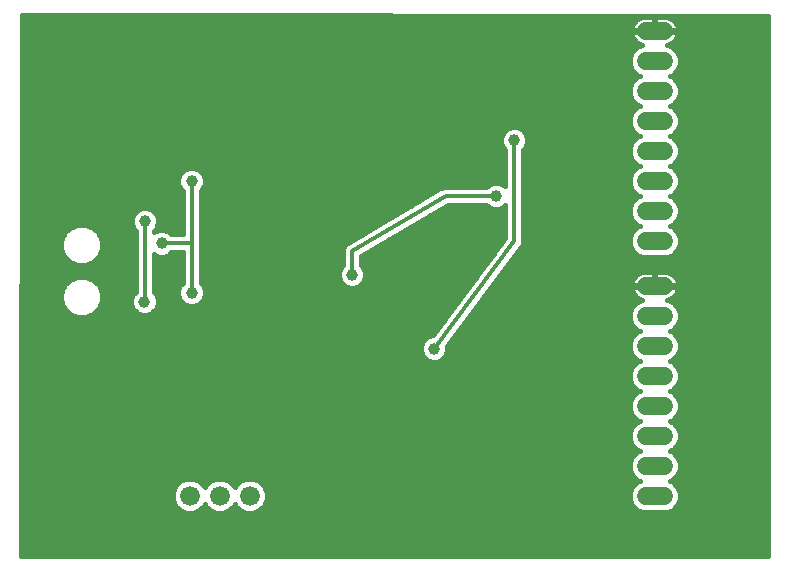
<source format=gbl>
G75*
%MOIN*%
%OFA0B0*%
%FSLAX25Y25*%
%IPPOS*%
%LPD*%
%AMOC8*
5,1,8,0,0,1.08239X$1,22.5*
%
%ADD10C,0.06600*%
%ADD11C,0.06000*%
%ADD12C,0.03962*%
%ADD13C,0.01200*%
%ADD14C,0.01600*%
D10*
X0079900Y0046420D03*
X0089900Y0046420D03*
X0099900Y0046420D03*
D11*
X0231900Y0046420D02*
X0237900Y0046420D01*
X0237900Y0056420D02*
X0231900Y0056420D01*
X0231900Y0066420D02*
X0237900Y0066420D01*
X0237900Y0076420D02*
X0231900Y0076420D01*
X0231900Y0086420D02*
X0237900Y0086420D01*
X0237900Y0096420D02*
X0231900Y0096420D01*
X0231900Y0106420D02*
X0237900Y0106420D01*
X0237900Y0116420D02*
X0231900Y0116420D01*
X0231900Y0131420D02*
X0237900Y0131420D01*
X0237900Y0141420D02*
X0231900Y0141420D01*
X0231900Y0151420D02*
X0237900Y0151420D01*
X0237900Y0161420D02*
X0231900Y0161420D01*
X0231900Y0171420D02*
X0237900Y0171420D01*
X0237900Y0181420D02*
X0231900Y0181420D01*
X0231900Y0191420D02*
X0237900Y0191420D01*
X0237900Y0201420D02*
X0231900Y0201420D01*
D12*
X0188100Y0164920D03*
X0182000Y0146520D03*
X0134000Y0120120D03*
X0119500Y0120520D03*
X0119400Y0144120D03*
X0080500Y0151420D03*
X0064934Y0138054D03*
X0070500Y0130620D03*
X0080500Y0114220D03*
X0064800Y0111220D03*
X0050860Y0084350D03*
X0052420Y0158090D03*
X0161370Y0095530D03*
D13*
X0188100Y0131320D01*
X0188100Y0164920D01*
X0182000Y0146520D02*
X0165200Y0146520D01*
X0134000Y0128120D01*
X0134000Y0120120D01*
X0119500Y0120520D02*
X0119400Y0144120D01*
X0080500Y0151420D02*
X0080500Y0130620D01*
X0070500Y0130620D01*
X0064934Y0138054D02*
X0064934Y0111220D01*
X0064800Y0111220D01*
X0080500Y0114220D02*
X0080500Y0130620D01*
D14*
X0024012Y0206577D02*
X0023728Y0026420D01*
X0272530Y0026440D01*
X0272502Y0206384D01*
X0024012Y0206577D01*
X0024011Y0205467D02*
X0229304Y0205467D01*
X0229384Y0205525D02*
X0228773Y0205081D01*
X0228239Y0204547D01*
X0227795Y0203936D01*
X0227452Y0203263D01*
X0227218Y0202544D01*
X0227100Y0201798D01*
X0227100Y0201620D01*
X0234700Y0201620D01*
X0234700Y0206220D01*
X0231522Y0206220D01*
X0230776Y0206102D01*
X0230057Y0205868D01*
X0229384Y0205525D01*
X0227760Y0203868D02*
X0024008Y0203868D01*
X0024006Y0202270D02*
X0227175Y0202270D01*
X0227100Y0201220D02*
X0227100Y0201042D01*
X0227218Y0200296D01*
X0227452Y0199577D01*
X0227795Y0198904D01*
X0228239Y0198293D01*
X0228773Y0197759D01*
X0229384Y0197315D01*
X0230057Y0196972D01*
X0230693Y0196765D01*
X0228841Y0195998D01*
X0227322Y0194479D01*
X0226500Y0192494D01*
X0226500Y0190346D01*
X0227322Y0188361D01*
X0228841Y0186842D01*
X0229860Y0186420D01*
X0228841Y0185998D01*
X0227322Y0184479D01*
X0226500Y0182494D01*
X0226500Y0180346D01*
X0227322Y0178361D01*
X0228841Y0176842D01*
X0229860Y0176420D01*
X0228841Y0175998D01*
X0227322Y0174479D01*
X0226500Y0172494D01*
X0226500Y0170346D01*
X0227322Y0168361D01*
X0228841Y0166842D01*
X0229860Y0166420D01*
X0228841Y0165998D01*
X0227322Y0164479D01*
X0226500Y0162494D01*
X0226500Y0160346D01*
X0227322Y0158361D01*
X0228841Y0156842D01*
X0229860Y0156420D01*
X0228841Y0155998D01*
X0227322Y0154479D01*
X0226500Y0152494D01*
X0226500Y0150346D01*
X0227322Y0148361D01*
X0228841Y0146842D01*
X0229860Y0146420D01*
X0228841Y0145998D01*
X0227322Y0144479D01*
X0226500Y0142494D01*
X0226500Y0140346D01*
X0227322Y0138361D01*
X0228841Y0136842D01*
X0229860Y0136420D01*
X0228841Y0135998D01*
X0227322Y0134479D01*
X0226500Y0132494D01*
X0226500Y0130346D01*
X0227322Y0128361D01*
X0228841Y0126842D01*
X0230826Y0126020D01*
X0238974Y0126020D01*
X0240959Y0126842D01*
X0242478Y0128361D01*
X0243300Y0130346D01*
X0243300Y0132494D01*
X0242478Y0134479D01*
X0240959Y0135998D01*
X0239940Y0136420D01*
X0240959Y0136842D01*
X0242478Y0138361D01*
X0243300Y0140346D01*
X0243300Y0142494D01*
X0242478Y0144479D01*
X0240959Y0145998D01*
X0239940Y0146420D01*
X0240959Y0146842D01*
X0242478Y0148361D01*
X0243300Y0150346D01*
X0243300Y0152494D01*
X0242478Y0154479D01*
X0240959Y0155998D01*
X0239940Y0156420D01*
X0240959Y0156842D01*
X0242478Y0158361D01*
X0243300Y0160346D01*
X0243300Y0162494D01*
X0242478Y0164479D01*
X0240959Y0165998D01*
X0239940Y0166420D01*
X0240959Y0166842D01*
X0242478Y0168361D01*
X0243300Y0170346D01*
X0243300Y0172494D01*
X0242478Y0174479D01*
X0240959Y0175998D01*
X0239940Y0176420D01*
X0240959Y0176842D01*
X0242478Y0178361D01*
X0243300Y0180346D01*
X0243300Y0182494D01*
X0242478Y0184479D01*
X0240959Y0185998D01*
X0239940Y0186420D01*
X0240959Y0186842D01*
X0242478Y0188361D01*
X0243300Y0190346D01*
X0243300Y0192494D01*
X0242478Y0194479D01*
X0240959Y0195998D01*
X0239107Y0196765D01*
X0239743Y0196972D01*
X0240416Y0197315D01*
X0241027Y0197759D01*
X0241561Y0198293D01*
X0242005Y0198904D01*
X0242348Y0199577D01*
X0242582Y0200296D01*
X0242700Y0201042D01*
X0242700Y0201220D01*
X0235100Y0201220D01*
X0235100Y0201620D01*
X0234700Y0201620D01*
X0234700Y0201220D01*
X0227100Y0201220D01*
X0227159Y0200671D02*
X0024003Y0200671D01*
X0024001Y0199073D02*
X0227709Y0199073D01*
X0229164Y0197474D02*
X0023998Y0197474D01*
X0023995Y0195876D02*
X0228719Y0195876D01*
X0227239Y0194277D02*
X0023993Y0194277D01*
X0023990Y0192679D02*
X0226577Y0192679D01*
X0226500Y0191080D02*
X0023988Y0191080D01*
X0023985Y0189482D02*
X0226858Y0189482D01*
X0227800Y0187883D02*
X0023983Y0187883D01*
X0023980Y0186285D02*
X0229534Y0186285D01*
X0227530Y0184686D02*
X0023978Y0184686D01*
X0023975Y0183088D02*
X0226746Y0183088D01*
X0226500Y0181489D02*
X0023973Y0181489D01*
X0023970Y0179891D02*
X0226689Y0179891D01*
X0227391Y0178292D02*
X0023968Y0178292D01*
X0023965Y0176694D02*
X0229199Y0176694D01*
X0227938Y0175095D02*
X0023963Y0175095D01*
X0023960Y0173497D02*
X0226915Y0173497D01*
X0226500Y0171898D02*
X0023958Y0171898D01*
X0023955Y0170300D02*
X0226519Y0170300D01*
X0227181Y0168701D02*
X0190420Y0168701D01*
X0190582Y0168634D02*
X0188971Y0169301D01*
X0187229Y0169301D01*
X0185618Y0168634D01*
X0184386Y0167402D01*
X0183719Y0165791D01*
X0183719Y0164049D01*
X0184386Y0162438D01*
X0185100Y0161724D01*
X0185100Y0149616D01*
X0184482Y0150234D01*
X0182871Y0150901D01*
X0181129Y0150901D01*
X0179518Y0150234D01*
X0178804Y0149520D01*
X0165581Y0149520D01*
X0165372Y0149574D01*
X0164989Y0149520D01*
X0164603Y0149520D01*
X0164404Y0149437D01*
X0164190Y0149407D01*
X0163857Y0149211D01*
X0163501Y0149063D01*
X0163348Y0148911D01*
X0132657Y0130811D01*
X0132301Y0130663D01*
X0132148Y0130511D01*
X0131962Y0130401D01*
X0131730Y0130092D01*
X0131457Y0129819D01*
X0131374Y0129620D01*
X0131244Y0129447D01*
X0131148Y0129074D01*
X0131000Y0128717D01*
X0131000Y0128501D01*
X0130946Y0128292D01*
X0131000Y0127909D01*
X0131000Y0123316D01*
X0130286Y0122602D01*
X0129619Y0120991D01*
X0129619Y0119249D01*
X0130286Y0117638D01*
X0131518Y0116406D01*
X0133129Y0115739D01*
X0134871Y0115739D01*
X0136482Y0116406D01*
X0137714Y0117638D01*
X0138381Y0119249D01*
X0138381Y0120991D01*
X0137714Y0122602D01*
X0137000Y0123316D01*
X0137000Y0126406D01*
X0166019Y0143520D01*
X0178804Y0143520D01*
X0179518Y0142806D01*
X0181129Y0142139D01*
X0182871Y0142139D01*
X0184482Y0142806D01*
X0185100Y0143424D01*
X0185100Y0132317D01*
X0160898Y0099911D01*
X0160499Y0099911D01*
X0158888Y0099244D01*
X0157656Y0098012D01*
X0156989Y0096401D01*
X0156989Y0094659D01*
X0157656Y0093048D01*
X0158888Y0091816D01*
X0160499Y0091149D01*
X0162241Y0091149D01*
X0163852Y0091816D01*
X0165084Y0093048D01*
X0165751Y0094659D01*
X0165751Y0096383D01*
X0190374Y0129352D01*
X0190643Y0129621D01*
X0190728Y0129825D01*
X0190861Y0130003D01*
X0190954Y0130372D01*
X0191100Y0130723D01*
X0191100Y0130945D01*
X0191155Y0131160D01*
X0191100Y0131536D01*
X0191100Y0161724D01*
X0191814Y0162438D01*
X0192481Y0164049D01*
X0192481Y0165791D01*
X0191814Y0167402D01*
X0190582Y0168634D01*
X0191938Y0167103D02*
X0228581Y0167103D01*
X0228347Y0165504D02*
X0192481Y0165504D01*
X0192422Y0163906D02*
X0227085Y0163906D01*
X0226500Y0162307D02*
X0191683Y0162307D01*
X0191100Y0160709D02*
X0226500Y0160709D01*
X0227012Y0159110D02*
X0191100Y0159110D01*
X0191100Y0157512D02*
X0228172Y0157512D01*
X0228756Y0155913D02*
X0191100Y0155913D01*
X0191100Y0154315D02*
X0227254Y0154315D01*
X0226592Y0152716D02*
X0191100Y0152716D01*
X0191100Y0151118D02*
X0226500Y0151118D01*
X0226842Y0149519D02*
X0191100Y0149519D01*
X0191100Y0147921D02*
X0227763Y0147921D01*
X0229624Y0146322D02*
X0191100Y0146322D01*
X0191100Y0144723D02*
X0227567Y0144723D01*
X0226761Y0143125D02*
X0191100Y0143125D01*
X0191100Y0141526D02*
X0226500Y0141526D01*
X0226673Y0139928D02*
X0191100Y0139928D01*
X0191100Y0138329D02*
X0227354Y0138329D01*
X0229109Y0136731D02*
X0191100Y0136731D01*
X0191100Y0135132D02*
X0227976Y0135132D01*
X0226931Y0133534D02*
X0191100Y0133534D01*
X0191100Y0131935D02*
X0226500Y0131935D01*
X0226504Y0130337D02*
X0190946Y0130337D01*
X0189916Y0128738D02*
X0227166Y0128738D01*
X0228543Y0127140D02*
X0188722Y0127140D01*
X0187529Y0125541D02*
X0272514Y0125541D01*
X0272515Y0123943D02*
X0186335Y0123943D01*
X0185141Y0122344D02*
X0272515Y0122344D01*
X0272515Y0120746D02*
X0239983Y0120746D01*
X0239743Y0120868D02*
X0239024Y0121102D01*
X0238278Y0121220D01*
X0235100Y0121220D01*
X0235100Y0116620D01*
X0234700Y0116620D01*
X0234700Y0121220D01*
X0231522Y0121220D01*
X0230776Y0121102D01*
X0230057Y0120868D01*
X0229384Y0120525D01*
X0228773Y0120081D01*
X0228239Y0119547D01*
X0227795Y0118936D01*
X0227452Y0118263D01*
X0227218Y0117544D01*
X0227100Y0116798D01*
X0227100Y0116620D01*
X0234700Y0116620D01*
X0234700Y0116220D01*
X0227100Y0116220D01*
X0227100Y0116042D01*
X0227218Y0115296D01*
X0227452Y0114577D01*
X0227795Y0113904D01*
X0228239Y0113293D01*
X0228773Y0112759D01*
X0229384Y0112315D01*
X0230057Y0111972D01*
X0230693Y0111765D01*
X0228841Y0110998D01*
X0227322Y0109479D01*
X0226500Y0107494D01*
X0226500Y0105346D01*
X0227322Y0103361D01*
X0228841Y0101842D01*
X0229860Y0101420D01*
X0228841Y0100998D01*
X0227322Y0099479D01*
X0226500Y0097494D01*
X0226500Y0095346D01*
X0227322Y0093361D01*
X0228841Y0091842D01*
X0229860Y0091420D01*
X0228841Y0090998D01*
X0227322Y0089479D01*
X0226500Y0087494D01*
X0226500Y0085346D01*
X0227322Y0083361D01*
X0228841Y0081842D01*
X0229860Y0081420D01*
X0228841Y0080998D01*
X0227322Y0079479D01*
X0226500Y0077494D01*
X0226500Y0075346D01*
X0227322Y0073361D01*
X0228841Y0071842D01*
X0229860Y0071420D01*
X0228841Y0070998D01*
X0227322Y0069479D01*
X0226500Y0067494D01*
X0226500Y0065346D01*
X0227322Y0063361D01*
X0228841Y0061842D01*
X0229860Y0061420D01*
X0228841Y0060998D01*
X0227322Y0059479D01*
X0226500Y0057494D01*
X0226500Y0055346D01*
X0227322Y0053361D01*
X0228841Y0051842D01*
X0229860Y0051420D01*
X0228841Y0050998D01*
X0227322Y0049479D01*
X0226500Y0047494D01*
X0226500Y0045346D01*
X0227322Y0043361D01*
X0228841Y0041842D01*
X0230826Y0041020D01*
X0238974Y0041020D01*
X0240959Y0041842D01*
X0242478Y0043361D01*
X0243300Y0045346D01*
X0243300Y0047494D01*
X0242478Y0049479D01*
X0240959Y0050998D01*
X0239940Y0051420D01*
X0240959Y0051842D01*
X0242478Y0053361D01*
X0243300Y0055346D01*
X0243300Y0057494D01*
X0242478Y0059479D01*
X0240959Y0060998D01*
X0239940Y0061420D01*
X0240959Y0061842D01*
X0242478Y0063361D01*
X0243300Y0065346D01*
X0243300Y0067494D01*
X0242478Y0069479D01*
X0240959Y0070998D01*
X0239940Y0071420D01*
X0240959Y0071842D01*
X0242478Y0073361D01*
X0243300Y0075346D01*
X0243300Y0077494D01*
X0242478Y0079479D01*
X0240959Y0080998D01*
X0239940Y0081420D01*
X0240959Y0081842D01*
X0242478Y0083361D01*
X0243300Y0085346D01*
X0243300Y0087494D01*
X0242478Y0089479D01*
X0240959Y0090998D01*
X0239940Y0091420D01*
X0240959Y0091842D01*
X0242478Y0093361D01*
X0243300Y0095346D01*
X0243300Y0097494D01*
X0242478Y0099479D01*
X0240959Y0100998D01*
X0239940Y0101420D01*
X0240959Y0101842D01*
X0242478Y0103361D01*
X0243300Y0105346D01*
X0243300Y0107494D01*
X0242478Y0109479D01*
X0240959Y0110998D01*
X0239107Y0111765D01*
X0239743Y0111972D01*
X0240416Y0112315D01*
X0241027Y0112759D01*
X0241561Y0113293D01*
X0242005Y0113904D01*
X0242348Y0114577D01*
X0242582Y0115296D01*
X0242700Y0116042D01*
X0242700Y0116220D01*
X0235100Y0116220D01*
X0235100Y0116620D01*
X0242700Y0116620D01*
X0242700Y0116798D01*
X0242582Y0117544D01*
X0242348Y0118263D01*
X0242005Y0118936D01*
X0241561Y0119547D01*
X0241027Y0120081D01*
X0240416Y0120525D01*
X0239743Y0120868D01*
X0241852Y0119147D02*
X0272515Y0119147D01*
X0272516Y0117549D02*
X0242580Y0117549D01*
X0242685Y0115950D02*
X0272516Y0115950D01*
X0272516Y0114352D02*
X0242233Y0114352D01*
X0241019Y0112753D02*
X0272516Y0112753D01*
X0272517Y0111155D02*
X0240580Y0111155D01*
X0242400Y0109556D02*
X0272517Y0109556D01*
X0272517Y0107958D02*
X0243108Y0107958D01*
X0243300Y0106359D02*
X0272517Y0106359D01*
X0272518Y0104761D02*
X0243058Y0104761D01*
X0242279Y0103162D02*
X0272518Y0103162D01*
X0272518Y0101564D02*
X0240287Y0101564D01*
X0241992Y0099965D02*
X0272518Y0099965D01*
X0272519Y0098367D02*
X0242939Y0098367D01*
X0243300Y0096768D02*
X0272519Y0096768D01*
X0272519Y0095170D02*
X0243227Y0095170D01*
X0242565Y0093571D02*
X0272519Y0093571D01*
X0272520Y0091973D02*
X0241089Y0091973D01*
X0241583Y0090374D02*
X0272520Y0090374D01*
X0272520Y0088776D02*
X0242769Y0088776D01*
X0243300Y0087177D02*
X0272520Y0087177D01*
X0272521Y0085579D02*
X0243300Y0085579D01*
X0242734Y0083980D02*
X0272521Y0083980D01*
X0272521Y0082382D02*
X0241498Y0082382D01*
X0241174Y0080783D02*
X0272521Y0080783D01*
X0272522Y0079185D02*
X0242600Y0079185D01*
X0243262Y0077586D02*
X0272522Y0077586D01*
X0272522Y0075988D02*
X0243300Y0075988D01*
X0242904Y0074389D02*
X0272522Y0074389D01*
X0272523Y0072790D02*
X0241907Y0072790D01*
X0240490Y0071192D02*
X0272523Y0071192D01*
X0272523Y0069593D02*
X0242363Y0069593D01*
X0243093Y0067995D02*
X0272523Y0067995D01*
X0272524Y0066396D02*
X0243300Y0066396D01*
X0243073Y0064798D02*
X0272524Y0064798D01*
X0272524Y0063199D02*
X0242316Y0063199D01*
X0240377Y0061601D02*
X0272524Y0061601D01*
X0272525Y0060002D02*
X0241954Y0060002D01*
X0242923Y0058404D02*
X0272525Y0058404D01*
X0272525Y0056805D02*
X0243300Y0056805D01*
X0243242Y0055207D02*
X0272525Y0055207D01*
X0272526Y0053608D02*
X0242580Y0053608D01*
X0241127Y0052010D02*
X0272526Y0052010D01*
X0272526Y0050411D02*
X0241545Y0050411D01*
X0242754Y0048813D02*
X0272527Y0048813D01*
X0272527Y0047214D02*
X0243300Y0047214D01*
X0243300Y0045616D02*
X0272527Y0045616D01*
X0272527Y0044017D02*
X0242750Y0044017D01*
X0241536Y0042419D02*
X0272528Y0042419D01*
X0272528Y0040820D02*
X0101276Y0040820D01*
X0101034Y0040720D02*
X0103129Y0041588D01*
X0104732Y0043191D01*
X0105600Y0045286D01*
X0105600Y0047554D01*
X0104732Y0049649D01*
X0103129Y0051252D01*
X0101034Y0052120D01*
X0098766Y0052120D01*
X0096671Y0051252D01*
X0095068Y0049649D01*
X0094900Y0049244D01*
X0094732Y0049649D01*
X0093129Y0051252D01*
X0091034Y0052120D01*
X0088766Y0052120D01*
X0086671Y0051252D01*
X0085068Y0049649D01*
X0084900Y0049244D01*
X0084732Y0049649D01*
X0083129Y0051252D01*
X0081034Y0052120D01*
X0078766Y0052120D01*
X0076671Y0051252D01*
X0075068Y0049649D01*
X0074200Y0047554D01*
X0074200Y0045286D01*
X0075068Y0043191D01*
X0076671Y0041588D01*
X0078766Y0040720D01*
X0081034Y0040720D01*
X0083129Y0041588D01*
X0084732Y0043191D01*
X0084900Y0043596D01*
X0085068Y0043191D01*
X0086671Y0041588D01*
X0088766Y0040720D01*
X0091034Y0040720D01*
X0093129Y0041588D01*
X0094732Y0043191D01*
X0094900Y0043596D01*
X0095068Y0043191D01*
X0096671Y0041588D01*
X0098766Y0040720D01*
X0101034Y0040720D01*
X0098524Y0040820D02*
X0091276Y0040820D01*
X0088524Y0040820D02*
X0081276Y0040820D01*
X0078524Y0040820D02*
X0023750Y0040820D01*
X0023748Y0039222D02*
X0272528Y0039222D01*
X0272528Y0037623D02*
X0023745Y0037623D01*
X0023743Y0036025D02*
X0272529Y0036025D01*
X0272529Y0034426D02*
X0023740Y0034426D01*
X0023738Y0032828D02*
X0272529Y0032828D01*
X0272529Y0031229D02*
X0023735Y0031229D01*
X0023733Y0029631D02*
X0272530Y0029631D01*
X0272530Y0028032D02*
X0023730Y0028032D01*
X0023728Y0026434D02*
X0195584Y0026434D01*
X0227050Y0044017D02*
X0105074Y0044017D01*
X0105600Y0045616D02*
X0226500Y0045616D01*
X0226500Y0047214D02*
X0105600Y0047214D01*
X0105078Y0048813D02*
X0227046Y0048813D01*
X0228255Y0050411D02*
X0103970Y0050411D01*
X0101300Y0052010D02*
X0228673Y0052010D01*
X0227220Y0053608D02*
X0023771Y0053608D01*
X0023768Y0052010D02*
X0078500Y0052010D01*
X0081300Y0052010D02*
X0088500Y0052010D01*
X0091300Y0052010D02*
X0098500Y0052010D01*
X0095830Y0050411D02*
X0093970Y0050411D01*
X0085830Y0050411D02*
X0083970Y0050411D01*
X0075830Y0050411D02*
X0023766Y0050411D01*
X0023763Y0048813D02*
X0074722Y0048813D01*
X0074200Y0047214D02*
X0023760Y0047214D01*
X0023758Y0045616D02*
X0074200Y0045616D01*
X0074726Y0044017D02*
X0023755Y0044017D01*
X0023753Y0042419D02*
X0075840Y0042419D01*
X0083960Y0042419D02*
X0085840Y0042419D01*
X0093960Y0042419D02*
X0095840Y0042419D01*
X0103960Y0042419D02*
X0228264Y0042419D01*
X0226558Y0055207D02*
X0023773Y0055207D01*
X0023776Y0056805D02*
X0226500Y0056805D01*
X0226877Y0058404D02*
X0023778Y0058404D01*
X0023781Y0060002D02*
X0227846Y0060002D01*
X0229423Y0061601D02*
X0023783Y0061601D01*
X0023786Y0063199D02*
X0227484Y0063199D01*
X0226727Y0064798D02*
X0023788Y0064798D01*
X0023791Y0066396D02*
X0226500Y0066396D01*
X0226707Y0067995D02*
X0023793Y0067995D01*
X0023796Y0069593D02*
X0227437Y0069593D01*
X0229310Y0071192D02*
X0023798Y0071192D01*
X0023801Y0072790D02*
X0227893Y0072790D01*
X0226896Y0074389D02*
X0023803Y0074389D01*
X0023806Y0075988D02*
X0226500Y0075988D01*
X0226538Y0077586D02*
X0023808Y0077586D01*
X0023811Y0079185D02*
X0227200Y0079185D01*
X0228626Y0080783D02*
X0023814Y0080783D01*
X0023816Y0082382D02*
X0228302Y0082382D01*
X0227066Y0083980D02*
X0023819Y0083980D01*
X0023821Y0085579D02*
X0226500Y0085579D01*
X0226500Y0087177D02*
X0023824Y0087177D01*
X0023826Y0088776D02*
X0227031Y0088776D01*
X0228217Y0090374D02*
X0023829Y0090374D01*
X0023831Y0091973D02*
X0158732Y0091973D01*
X0157439Y0093571D02*
X0023834Y0093571D01*
X0023836Y0095170D02*
X0156989Y0095170D01*
X0157141Y0096768D02*
X0023839Y0096768D01*
X0023841Y0098367D02*
X0158011Y0098367D01*
X0160938Y0099965D02*
X0023844Y0099965D01*
X0023846Y0101564D02*
X0162132Y0101564D01*
X0163326Y0103162D02*
X0023849Y0103162D01*
X0023851Y0104761D02*
X0164520Y0104761D01*
X0165714Y0106359D02*
X0046075Y0106359D01*
X0045183Y0105990D02*
X0047671Y0107021D01*
X0049575Y0108925D01*
X0050605Y0111412D01*
X0050605Y0114105D01*
X0049575Y0116593D01*
X0047671Y0118497D01*
X0045183Y0119527D01*
X0042491Y0119527D01*
X0040003Y0118497D01*
X0038099Y0116593D01*
X0037069Y0114105D01*
X0037069Y0111412D01*
X0038099Y0108925D01*
X0040003Y0107021D01*
X0042491Y0105990D01*
X0045183Y0105990D01*
X0048608Y0107958D02*
X0061866Y0107958D01*
X0062318Y0107506D02*
X0063929Y0106839D01*
X0065671Y0106839D01*
X0067282Y0107506D01*
X0068514Y0108738D01*
X0069181Y0110349D01*
X0069181Y0112091D01*
X0068514Y0113702D01*
X0067934Y0114282D01*
X0067934Y0126990D01*
X0068018Y0126906D01*
X0069629Y0126239D01*
X0071371Y0126239D01*
X0072982Y0126906D01*
X0073696Y0127620D01*
X0077500Y0127620D01*
X0077500Y0117416D01*
X0076786Y0116702D01*
X0076119Y0115091D01*
X0076119Y0113349D01*
X0076786Y0111738D01*
X0078018Y0110506D01*
X0079629Y0109839D01*
X0081371Y0109839D01*
X0082982Y0110506D01*
X0084214Y0111738D01*
X0084881Y0113349D01*
X0084881Y0115091D01*
X0084214Y0116702D01*
X0083500Y0117416D01*
X0083500Y0148224D01*
X0084214Y0148938D01*
X0084881Y0150549D01*
X0084881Y0152291D01*
X0084214Y0153902D01*
X0082982Y0155134D01*
X0081371Y0155801D01*
X0079629Y0155801D01*
X0078018Y0155134D01*
X0076786Y0153902D01*
X0076119Y0152291D01*
X0076119Y0150549D01*
X0076786Y0148938D01*
X0077500Y0148224D01*
X0077500Y0133620D01*
X0073696Y0133620D01*
X0072982Y0134334D01*
X0071371Y0135001D01*
X0069629Y0135001D01*
X0068018Y0134334D01*
X0067934Y0134250D01*
X0067934Y0134858D01*
X0068648Y0135572D01*
X0069315Y0137182D01*
X0069315Y0138925D01*
X0068648Y0140536D01*
X0067416Y0141768D01*
X0065805Y0142435D01*
X0064062Y0142435D01*
X0062452Y0141768D01*
X0061220Y0140536D01*
X0060553Y0138925D01*
X0060553Y0137182D01*
X0061220Y0135572D01*
X0061934Y0134858D01*
X0061934Y0114550D01*
X0061086Y0113702D01*
X0060419Y0112091D01*
X0060419Y0110349D01*
X0061086Y0108738D01*
X0062318Y0107506D01*
X0060747Y0109556D02*
X0049837Y0109556D01*
X0050499Y0111155D02*
X0060419Y0111155D01*
X0060693Y0112753D02*
X0050605Y0112753D01*
X0050503Y0114352D02*
X0061736Y0114352D01*
X0061934Y0115950D02*
X0049841Y0115950D01*
X0048619Y0117549D02*
X0061934Y0117549D01*
X0061934Y0119147D02*
X0046100Y0119147D01*
X0045183Y0123313D02*
X0042491Y0123313D01*
X0040003Y0124343D01*
X0038099Y0126247D01*
X0037069Y0128735D01*
X0037069Y0131428D01*
X0038099Y0133915D01*
X0040003Y0135819D01*
X0042491Y0136850D01*
X0045183Y0136850D01*
X0047671Y0135819D01*
X0049575Y0133915D01*
X0050605Y0131428D01*
X0050605Y0128735D01*
X0049575Y0126247D01*
X0047671Y0124343D01*
X0045183Y0123313D01*
X0046704Y0123943D02*
X0061934Y0123943D01*
X0061934Y0125541D02*
X0048869Y0125541D01*
X0049945Y0127140D02*
X0061934Y0127140D01*
X0061934Y0128738D02*
X0050605Y0128738D01*
X0050605Y0130337D02*
X0061934Y0130337D01*
X0061934Y0131935D02*
X0050395Y0131935D01*
X0049733Y0133534D02*
X0061934Y0133534D01*
X0061659Y0135132D02*
X0048358Y0135132D01*
X0045471Y0136731D02*
X0060740Y0136731D01*
X0060553Y0138329D02*
X0023905Y0138329D01*
X0023902Y0136731D02*
X0042203Y0136731D01*
X0039316Y0135132D02*
X0023899Y0135132D01*
X0023897Y0133534D02*
X0037941Y0133534D01*
X0037279Y0131935D02*
X0023894Y0131935D01*
X0023892Y0130337D02*
X0037069Y0130337D01*
X0037069Y0128738D02*
X0023889Y0128738D01*
X0023887Y0127140D02*
X0037729Y0127140D01*
X0038805Y0125541D02*
X0023884Y0125541D01*
X0023882Y0123943D02*
X0040970Y0123943D01*
X0041574Y0119147D02*
X0023874Y0119147D01*
X0023872Y0117549D02*
X0039055Y0117549D01*
X0037833Y0115950D02*
X0023869Y0115950D01*
X0023867Y0114352D02*
X0037171Y0114352D01*
X0037069Y0112753D02*
X0023864Y0112753D01*
X0023862Y0111155D02*
X0037175Y0111155D01*
X0037837Y0109556D02*
X0023859Y0109556D01*
X0023856Y0107958D02*
X0039066Y0107958D01*
X0041599Y0106359D02*
X0023854Y0106359D01*
X0023877Y0120746D02*
X0061934Y0120746D01*
X0061934Y0122344D02*
X0023879Y0122344D01*
X0023907Y0139928D02*
X0060968Y0139928D01*
X0062211Y0141526D02*
X0023910Y0141526D01*
X0023912Y0143125D02*
X0077500Y0143125D01*
X0077500Y0144723D02*
X0023915Y0144723D01*
X0023917Y0146322D02*
X0077500Y0146322D01*
X0077500Y0147921D02*
X0023920Y0147921D01*
X0023922Y0149519D02*
X0076545Y0149519D01*
X0076119Y0151118D02*
X0023925Y0151118D01*
X0023927Y0152716D02*
X0076295Y0152716D01*
X0077199Y0154315D02*
X0023930Y0154315D01*
X0023932Y0155913D02*
X0185100Y0155913D01*
X0185100Y0154315D02*
X0083801Y0154315D01*
X0084705Y0152716D02*
X0185100Y0152716D01*
X0185100Y0151118D02*
X0084881Y0151118D01*
X0084455Y0149519D02*
X0164601Y0149519D01*
X0161669Y0147921D02*
X0083500Y0147921D01*
X0083500Y0146322D02*
X0158959Y0146322D01*
X0156248Y0144723D02*
X0083500Y0144723D01*
X0083500Y0143125D02*
X0153538Y0143125D01*
X0150827Y0141526D02*
X0083500Y0141526D01*
X0083500Y0139928D02*
X0148117Y0139928D01*
X0145406Y0138329D02*
X0083500Y0138329D01*
X0083500Y0136731D02*
X0142696Y0136731D01*
X0139985Y0135132D02*
X0083500Y0135132D01*
X0083500Y0133534D02*
X0137274Y0133534D01*
X0134564Y0131935D02*
X0083500Y0131935D01*
X0083500Y0130337D02*
X0131914Y0130337D01*
X0131009Y0128738D02*
X0083500Y0128738D01*
X0083500Y0127140D02*
X0131000Y0127140D01*
X0131000Y0125541D02*
X0083500Y0125541D01*
X0083500Y0123943D02*
X0131000Y0123943D01*
X0130179Y0122344D02*
X0083500Y0122344D01*
X0083500Y0120746D02*
X0129619Y0120746D01*
X0129661Y0119147D02*
X0083500Y0119147D01*
X0083500Y0117549D02*
X0130375Y0117549D01*
X0132618Y0115950D02*
X0084525Y0115950D01*
X0084881Y0114352D02*
X0171683Y0114352D01*
X0172877Y0115950D02*
X0135382Y0115950D01*
X0137625Y0117549D02*
X0174071Y0117549D01*
X0175264Y0119147D02*
X0138339Y0119147D01*
X0138381Y0120746D02*
X0176458Y0120746D01*
X0177652Y0122344D02*
X0137821Y0122344D01*
X0137000Y0123943D02*
X0178846Y0123943D01*
X0180040Y0125541D02*
X0137000Y0125541D01*
X0138244Y0127140D02*
X0181234Y0127140D01*
X0182428Y0128738D02*
X0140954Y0128738D01*
X0143665Y0130337D02*
X0183621Y0130337D01*
X0184815Y0131935D02*
X0146375Y0131935D01*
X0149086Y0133534D02*
X0185100Y0133534D01*
X0185100Y0135132D02*
X0151796Y0135132D01*
X0154507Y0136731D02*
X0185100Y0136731D01*
X0185100Y0138329D02*
X0157217Y0138329D01*
X0159928Y0139928D02*
X0185100Y0139928D01*
X0185100Y0141526D02*
X0162638Y0141526D01*
X0165349Y0143125D02*
X0179199Y0143125D01*
X0184801Y0143125D02*
X0185100Y0143125D01*
X0185100Y0157512D02*
X0023935Y0157512D01*
X0023937Y0159110D02*
X0185100Y0159110D01*
X0185100Y0160709D02*
X0023940Y0160709D01*
X0023942Y0162307D02*
X0184517Y0162307D01*
X0183778Y0163906D02*
X0023945Y0163906D01*
X0023947Y0165504D02*
X0183719Y0165504D01*
X0184262Y0167103D02*
X0023950Y0167103D01*
X0023953Y0168701D02*
X0185780Y0168701D01*
X0235100Y0201620D02*
X0235100Y0206220D01*
X0238278Y0206220D01*
X0239024Y0206102D01*
X0239743Y0205868D01*
X0240416Y0205525D01*
X0241027Y0205081D01*
X0241561Y0204547D01*
X0242005Y0203936D01*
X0242348Y0203263D01*
X0242582Y0202544D01*
X0242700Y0201798D01*
X0242700Y0201620D01*
X0235100Y0201620D01*
X0235100Y0202270D02*
X0234700Y0202270D01*
X0234700Y0203868D02*
X0235100Y0203868D01*
X0235100Y0205467D02*
X0234700Y0205467D01*
X0240496Y0205467D02*
X0272502Y0205467D01*
X0272502Y0203868D02*
X0242040Y0203868D01*
X0242625Y0202270D02*
X0272502Y0202270D01*
X0272502Y0200671D02*
X0242641Y0200671D01*
X0242091Y0199073D02*
X0272503Y0199073D01*
X0272503Y0197474D02*
X0240636Y0197474D01*
X0241081Y0195876D02*
X0272503Y0195876D01*
X0272503Y0194277D02*
X0242561Y0194277D01*
X0243223Y0192679D02*
X0272504Y0192679D01*
X0272504Y0191080D02*
X0243300Y0191080D01*
X0242942Y0189482D02*
X0272504Y0189482D01*
X0272504Y0187883D02*
X0242000Y0187883D01*
X0240266Y0186285D02*
X0272505Y0186285D01*
X0272505Y0184686D02*
X0242270Y0184686D01*
X0243054Y0183088D02*
X0272505Y0183088D01*
X0272505Y0181489D02*
X0243300Y0181489D01*
X0243111Y0179891D02*
X0272506Y0179891D01*
X0272506Y0178292D02*
X0242409Y0178292D01*
X0240601Y0176694D02*
X0272506Y0176694D01*
X0272507Y0175095D02*
X0241862Y0175095D01*
X0242885Y0173497D02*
X0272507Y0173497D01*
X0272507Y0171898D02*
X0243300Y0171898D01*
X0243281Y0170300D02*
X0272507Y0170300D01*
X0272508Y0168701D02*
X0242619Y0168701D01*
X0241219Y0167103D02*
X0272508Y0167103D01*
X0272508Y0165504D02*
X0241453Y0165504D01*
X0242715Y0163906D02*
X0272508Y0163906D01*
X0272509Y0162307D02*
X0243300Y0162307D01*
X0243300Y0160709D02*
X0272509Y0160709D01*
X0272509Y0159110D02*
X0242788Y0159110D01*
X0241628Y0157512D02*
X0272509Y0157512D01*
X0272510Y0155913D02*
X0241044Y0155913D01*
X0242546Y0154315D02*
X0272510Y0154315D01*
X0272510Y0152716D02*
X0243208Y0152716D01*
X0243300Y0151118D02*
X0272510Y0151118D01*
X0272511Y0149519D02*
X0242957Y0149519D01*
X0242037Y0147921D02*
X0272511Y0147921D01*
X0272511Y0146322D02*
X0240176Y0146322D01*
X0242233Y0144723D02*
X0272511Y0144723D01*
X0272512Y0143125D02*
X0243039Y0143125D01*
X0243300Y0141526D02*
X0272512Y0141526D01*
X0272512Y0139928D02*
X0243127Y0139928D01*
X0242446Y0138329D02*
X0272512Y0138329D01*
X0272513Y0136731D02*
X0240690Y0136731D01*
X0241824Y0135132D02*
X0272513Y0135132D01*
X0272513Y0133534D02*
X0242869Y0133534D01*
X0243300Y0131935D02*
X0272513Y0131935D01*
X0272514Y0130337D02*
X0243296Y0130337D01*
X0242634Y0128738D02*
X0272514Y0128738D01*
X0272514Y0127140D02*
X0241257Y0127140D01*
X0235100Y0120746D02*
X0234700Y0120746D01*
X0234700Y0119147D02*
X0235100Y0119147D01*
X0235100Y0117549D02*
X0234700Y0117549D01*
X0229817Y0120746D02*
X0183947Y0120746D01*
X0182753Y0119147D02*
X0227948Y0119147D01*
X0227220Y0117549D02*
X0181559Y0117549D01*
X0180365Y0115950D02*
X0227115Y0115950D01*
X0227567Y0114352D02*
X0179171Y0114352D01*
X0177978Y0112753D02*
X0228781Y0112753D01*
X0229220Y0111155D02*
X0176784Y0111155D01*
X0175590Y0109556D02*
X0227399Y0109556D01*
X0226692Y0107958D02*
X0174396Y0107958D01*
X0173202Y0106359D02*
X0226500Y0106359D01*
X0226742Y0104761D02*
X0172008Y0104761D01*
X0170814Y0103162D02*
X0227521Y0103162D01*
X0229513Y0101564D02*
X0169621Y0101564D01*
X0168427Y0099965D02*
X0227808Y0099965D01*
X0226861Y0098367D02*
X0167233Y0098367D01*
X0166039Y0096768D02*
X0226500Y0096768D01*
X0226573Y0095170D02*
X0165751Y0095170D01*
X0165301Y0093571D02*
X0227235Y0093571D01*
X0228711Y0091973D02*
X0164008Y0091973D01*
X0166907Y0107958D02*
X0067734Y0107958D01*
X0068853Y0109556D02*
X0168101Y0109556D01*
X0169295Y0111155D02*
X0083631Y0111155D01*
X0084635Y0112753D02*
X0170489Y0112753D01*
X0077500Y0117549D02*
X0067934Y0117549D01*
X0067934Y0119147D02*
X0077500Y0119147D01*
X0077500Y0120746D02*
X0067934Y0120746D01*
X0067934Y0122344D02*
X0077500Y0122344D01*
X0077500Y0123943D02*
X0067934Y0123943D01*
X0067934Y0125541D02*
X0077500Y0125541D01*
X0077500Y0127140D02*
X0073216Y0127140D01*
X0077500Y0135132D02*
X0068208Y0135132D01*
X0069128Y0136731D02*
X0077500Y0136731D01*
X0077500Y0138329D02*
X0069315Y0138329D01*
X0068900Y0139928D02*
X0077500Y0139928D01*
X0077500Y0141526D02*
X0067657Y0141526D01*
X0067934Y0115950D02*
X0076475Y0115950D01*
X0076119Y0114352D02*
X0067934Y0114352D01*
X0068907Y0112753D02*
X0076365Y0112753D01*
X0077369Y0111155D02*
X0069181Y0111155D01*
M02*

</source>
